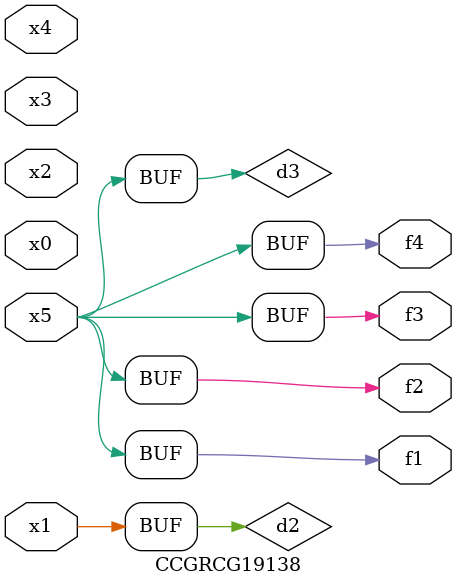
<source format=v>
module CCGRCG19138(
	input x0, x1, x2, x3, x4, x5,
	output f1, f2, f3, f4
);

	wire d1, d2, d3;

	not (d1, x5);
	or (d2, x1);
	xnor (d3, d1);
	assign f1 = d3;
	assign f2 = d3;
	assign f3 = d3;
	assign f4 = d3;
endmodule

</source>
